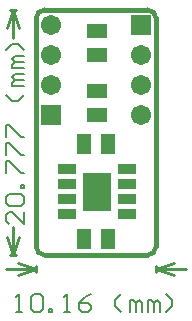
<source format=gts>
G04 Layer_Color=8388736*
%FSLAX44Y44*%
%MOMM*%
G71*
G01*
G75*
%ADD15C,0.4000*%
%ADD16C,0.2540*%
%ADD17C,0.1524*%
%ADD27R,1.7272X1.2192*%
%ADD28R,1.2192X1.7272*%
%ADD29R,1.6032X0.9032*%
%ADD30R,2.4632X3.1932*%
%ADD31C,1.7032*%
%ADD32R,1.7032X1.7032*%
%ADD33C,0.7032*%
D15*
X185674Y145542D02*
G03*
X193040Y138176I7366J0D01*
G01*
X279908D02*
G03*
X287274Y145542I0J7366D01*
G01*
X287270Y338582D02*
G03*
X279904Y345948I-7366J0D01*
G01*
X193040D02*
G03*
X185674Y338582I0J-7366D01*
G01*
X193040Y138176D02*
X279908D01*
X287270Y145542D02*
X287274D01*
X287270D02*
Y338582D01*
X193040Y345948D02*
X279904D01*
X185674Y145542D02*
Y338582D01*
D16*
X287274Y123698D02*
Y128778D01*
X185678Y123698D02*
Y128778D01*
X287274Y126238D02*
X302514Y121158D01*
X287274Y126238D02*
X302514Y131318D01*
X170438Y121158D02*
X185678Y126238D01*
X170438Y131318D02*
X185678Y126238D01*
X287274D02*
X312674D01*
X160278D02*
X185678D01*
X163832Y345923D02*
X168913D01*
X163832Y138151D02*
X168913D01*
X166373Y345923D02*
X171453Y330683D01*
X161292D02*
X166373Y345923D01*
Y138151D02*
X171453Y153391D01*
X161292D02*
X166373Y138151D01*
Y322277D02*
Y345923D01*
Y138151D02*
Y161798D01*
D17*
X168933Y89672D02*
X174012D01*
X171473D01*
Y104907D01*
X168933Y102368D01*
X181629D02*
X184168Y104907D01*
X189247D01*
X191786Y102368D01*
Y92211D01*
X189247Y89672D01*
X184168D01*
X181629Y92211D01*
Y102368D01*
X196864Y89672D02*
Y92211D01*
X199403D01*
Y89672D01*
X196864D01*
X209560D02*
X214639D01*
X212099D01*
Y104907D01*
X209560Y102368D01*
X232413Y104907D02*
X227334Y102368D01*
X222256Y97289D01*
Y92211D01*
X224795Y89672D01*
X229874D01*
X232413Y92211D01*
Y94750D01*
X229874Y97289D01*
X222256D01*
X257805Y89672D02*
X252726Y94750D01*
Y99829D01*
X257805Y104907D01*
X265422Y89672D02*
Y99829D01*
X267961D01*
X270501Y97289D01*
Y89672D01*
Y97289D01*
X273040Y99829D01*
X275579Y97289D01*
Y89672D01*
X280657D02*
Y99829D01*
X283196D01*
X285735Y97289D01*
Y89672D01*
Y97289D01*
X288275Y99829D01*
X290814Y97289D01*
Y89672D01*
X295892D02*
X300971Y94750D01*
Y99829D01*
X295892Y104907D01*
X175514Y174495D02*
Y164338D01*
X165357Y174495D01*
X162818D01*
X160279Y171956D01*
Y166877D01*
X162818Y164338D01*
Y179573D02*
X160279Y182112D01*
Y187191D01*
X162818Y189730D01*
X172975D01*
X175514Y187191D01*
Y182112D01*
X172975Y179573D01*
X162818D01*
X175514Y194808D02*
X172975D01*
Y197347D01*
X175514D01*
Y194808D01*
X160279Y207504D02*
Y217661D01*
X162818D01*
X172975Y207504D01*
X175514D01*
X160279Y222739D02*
Y232896D01*
X162818D01*
X172975Y222739D01*
X175514D01*
X160279Y237974D02*
Y248131D01*
X162818D01*
X172975Y237974D01*
X175514D01*
Y273523D02*
X170436Y268444D01*
X165357D01*
X160279Y273523D01*
X175514Y281140D02*
X165357D01*
Y283679D01*
X167896Y286219D01*
X175514D01*
X167896D01*
X165357Y288758D01*
X167896Y291297D01*
X175514D01*
Y296375D02*
X165357D01*
Y298915D01*
X167896Y301454D01*
X175514D01*
X167896D01*
X165357Y303993D01*
X167896Y306532D01*
X175514D01*
Y311610D02*
X170436Y316689D01*
X165357D01*
X160279Y311610D01*
D27*
X237236Y277114D02*
D03*
Y256794D02*
D03*
Y328168D02*
D03*
Y307848D02*
D03*
D28*
X226568Y232156D02*
D03*
X246888D02*
D03*
Y151892D02*
D03*
X226568D02*
D03*
D29*
X211482Y211074D02*
D03*
Y198374D02*
D03*
Y185674D02*
D03*
Y172974D02*
D03*
X262482Y211074D02*
D03*
Y198374D02*
D03*
Y185674D02*
D03*
Y172974D02*
D03*
D30*
X236982Y192024D02*
D03*
D31*
X274570Y257048D02*
D03*
Y282448D02*
D03*
Y307848D02*
D03*
X198374Y333248D02*
D03*
Y307848D02*
D03*
Y282448D02*
D03*
D32*
X274570Y333248D02*
D03*
X198374Y257048D02*
D03*
D33*
X231482Y192024D02*
D03*
Y203024D02*
D03*
X242482D02*
D03*
Y192024D02*
D03*
X231482Y181024D02*
D03*
X242482D02*
D03*
M02*

</source>
